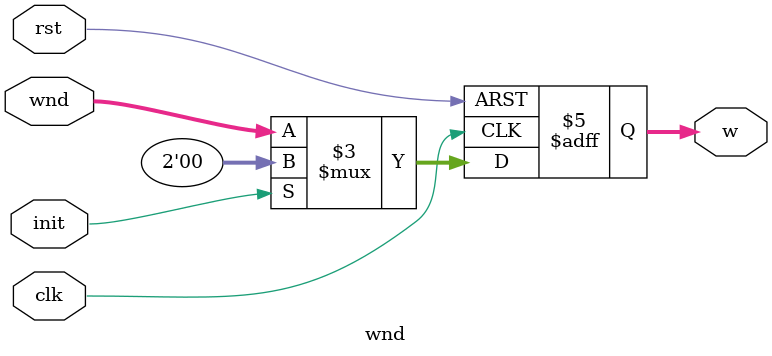
<source format=v>
`timescale 1ns/1ns
module wnd(input [1:0] wnd,input init,clk,rst,output reg [1:0] w);
  always @(posedge clk , posedge rst) begin
    if(rst) w <= 2'b0;
  else begin
    if(init) w<= 2'b 0;
    else w <= wnd;
    end
  end
endmodule
    
     

</source>
